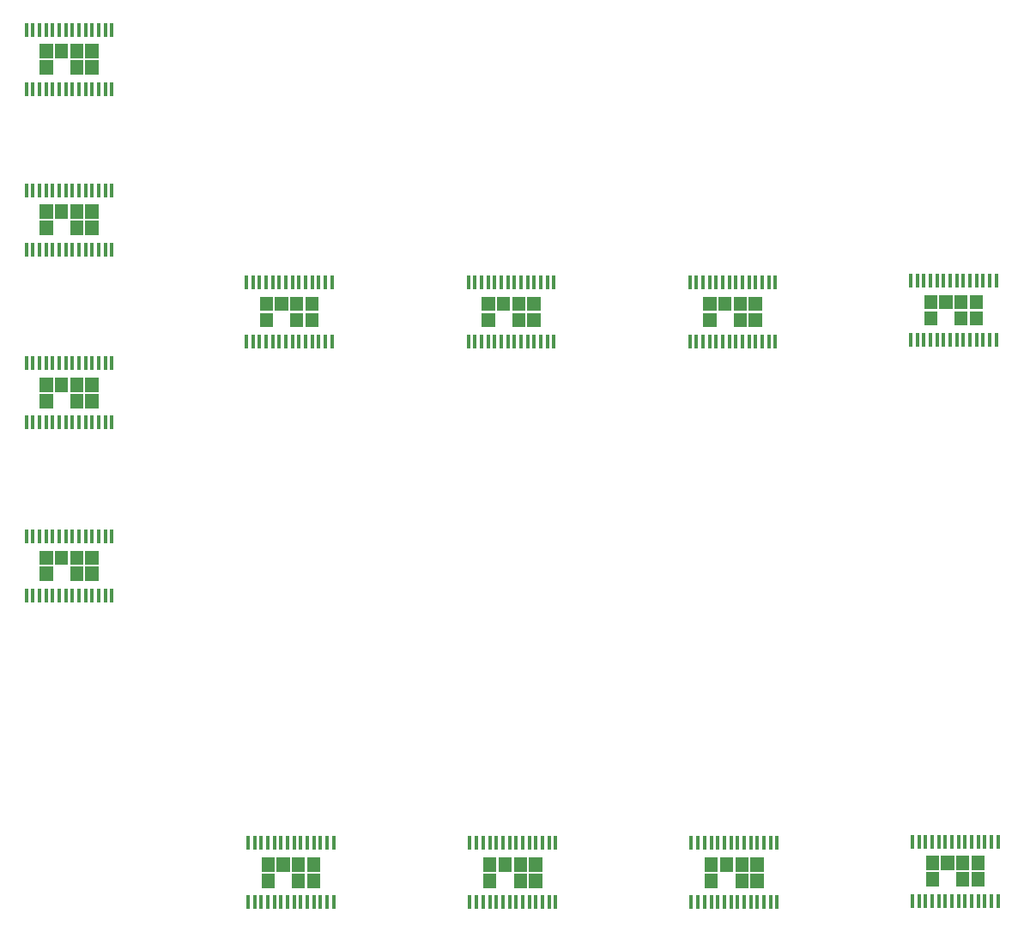
<source format=gtp>
G04 #@! TF.GenerationSoftware,KiCad,Pcbnew,(7.0.0)*
G04 #@! TF.CreationDate,2023-12-21T14:48:03-05:00*
G04 #@! TF.ProjectId,luminator,6c756d69-6e61-4746-9f72-2e6b69636164,rev?*
G04 #@! TF.SameCoordinates,Original*
G04 #@! TF.FileFunction,Paste,Top*
G04 #@! TF.FilePolarity,Positive*
%FSLAX46Y46*%
G04 Gerber Fmt 4.6, Leading zero omitted, Abs format (unit mm)*
G04 Created by KiCad (PCBNEW (7.0.0)) date 2023-12-21 14:48:03*
%MOMM*%
%LPD*%
G01*
G04 APERTURE LIST*
%ADD10R,0.355600X1.473200*%
G04 APERTURE END LIST*
G36*
X109779000Y-66016001D02*
G01*
X108478999Y-66016001D01*
X108478999Y-64616000D01*
X109779000Y-64616000D01*
X109779000Y-66016001D01*
G37*
G36*
X112779000Y-66016001D02*
G01*
X111479000Y-66016001D01*
X111479000Y-64616000D01*
X112779000Y-64616000D01*
X112779000Y-66016001D01*
G37*
G36*
X114279001Y-66016001D02*
G01*
X112979000Y-66016001D01*
X112979000Y-64616000D01*
X114279001Y-64616000D01*
X114279001Y-66016001D01*
G37*
G36*
X109779000Y-64416000D02*
G01*
X108478999Y-64416000D01*
X108478999Y-63015999D01*
X109779000Y-63015999D01*
X109779000Y-64416000D01*
G37*
G36*
X111279000Y-64416000D02*
G01*
X109979000Y-64416000D01*
X109979000Y-63015999D01*
X111279000Y-63015999D01*
X111279000Y-64416000D01*
G37*
G36*
X112779000Y-64416000D02*
G01*
X111479000Y-64416000D01*
X111479000Y-63015999D01*
X112779000Y-63015999D01*
X112779000Y-64416000D01*
G37*
G36*
X114279001Y-64416000D02*
G01*
X112979000Y-64416000D01*
X112979000Y-63015999D01*
X114279001Y-63015999D01*
X114279001Y-64416000D01*
G37*
G36*
X131668001Y-66016001D02*
G01*
X130368000Y-66016001D01*
X130368000Y-64616000D01*
X131668001Y-64616000D01*
X131668001Y-66016001D01*
G37*
G36*
X134668001Y-66016001D02*
G01*
X133368001Y-66016001D01*
X133368001Y-64616000D01*
X134668001Y-64616000D01*
X134668001Y-66016001D01*
G37*
G36*
X136168002Y-66016001D02*
G01*
X134868001Y-66016001D01*
X134868001Y-64616000D01*
X136168002Y-64616000D01*
X136168002Y-66016001D01*
G37*
G36*
X131668001Y-64416000D02*
G01*
X130368000Y-64416000D01*
X130368000Y-63015999D01*
X131668001Y-63015999D01*
X131668001Y-64416000D01*
G37*
G36*
X133168001Y-64416000D02*
G01*
X131868001Y-64416000D01*
X131868001Y-63015999D01*
X133168001Y-63015999D01*
X133168001Y-64416000D01*
G37*
G36*
X134668001Y-64416000D02*
G01*
X133368001Y-64416000D01*
X133368001Y-63015999D01*
X134668001Y-63015999D01*
X134668001Y-64416000D01*
G37*
G36*
X136168002Y-64416000D02*
G01*
X134868001Y-64416000D01*
X134868001Y-63015999D01*
X136168002Y-63015999D01*
X136168002Y-64416000D01*
G37*
G36*
X88068401Y-74017001D02*
G01*
X86768400Y-74017001D01*
X86768400Y-72617000D01*
X88068401Y-72617000D01*
X88068401Y-74017001D01*
G37*
G36*
X91068401Y-74017001D02*
G01*
X89768401Y-74017001D01*
X89768401Y-72617000D01*
X91068401Y-72617000D01*
X91068401Y-74017001D01*
G37*
G36*
X92568402Y-74017001D02*
G01*
X91268401Y-74017001D01*
X91268401Y-72617000D01*
X92568402Y-72617000D01*
X92568402Y-74017001D01*
G37*
G36*
X88068401Y-72417000D02*
G01*
X86768400Y-72417000D01*
X86768400Y-71016999D01*
X88068401Y-71016999D01*
X88068401Y-72417000D01*
G37*
G36*
X89568401Y-72417000D02*
G01*
X88268401Y-72417000D01*
X88268401Y-71016999D01*
X89568401Y-71016999D01*
X89568401Y-72417000D01*
G37*
G36*
X91068401Y-72417000D02*
G01*
X89768401Y-72417000D01*
X89768401Y-71016999D01*
X91068401Y-71016999D01*
X91068401Y-72417000D01*
G37*
G36*
X92568402Y-72417000D02*
G01*
X91268401Y-72417000D01*
X91268401Y-71016999D01*
X92568402Y-71016999D01*
X92568402Y-72417000D01*
G37*
G36*
X88066000Y-91060401D02*
G01*
X86765999Y-91060401D01*
X86765999Y-89660400D01*
X88066000Y-89660400D01*
X88066000Y-91060401D01*
G37*
G36*
X91066000Y-91060401D02*
G01*
X89766000Y-91060401D01*
X89766000Y-89660400D01*
X91066000Y-89660400D01*
X91066000Y-91060401D01*
G37*
G36*
X92566001Y-91060401D02*
G01*
X91266000Y-91060401D01*
X91266000Y-89660400D01*
X92566001Y-89660400D01*
X92566001Y-91060401D01*
G37*
G36*
X88066000Y-89460400D02*
G01*
X86765999Y-89460400D01*
X86765999Y-88060399D01*
X88066000Y-88060399D01*
X88066000Y-89460400D01*
G37*
G36*
X89566000Y-89460400D02*
G01*
X88266000Y-89460400D01*
X88266000Y-88060399D01*
X89566000Y-88060399D01*
X89566000Y-89460400D01*
G37*
G36*
X91066000Y-89460400D02*
G01*
X89766000Y-89460400D01*
X89766000Y-88060399D01*
X91066000Y-88060399D01*
X91066000Y-89460400D01*
G37*
G36*
X92566001Y-89460400D02*
G01*
X91266000Y-89460400D01*
X91266000Y-88060399D01*
X92566001Y-88060399D01*
X92566001Y-89460400D01*
G37*
G36*
X88068399Y-41096499D02*
G01*
X86768398Y-41096499D01*
X86768398Y-39696498D01*
X88068399Y-39696498D01*
X88068399Y-41096499D01*
G37*
G36*
X91068399Y-41096499D02*
G01*
X89768399Y-41096499D01*
X89768399Y-39696498D01*
X91068399Y-39696498D01*
X91068399Y-41096499D01*
G37*
G36*
X92568400Y-41096499D02*
G01*
X91268399Y-41096499D01*
X91268399Y-39696498D01*
X92568400Y-39696498D01*
X92568400Y-41096499D01*
G37*
G36*
X88068399Y-39496498D02*
G01*
X86768398Y-39496498D01*
X86768398Y-38096497D01*
X88068399Y-38096497D01*
X88068399Y-39496498D01*
G37*
G36*
X89568399Y-39496498D02*
G01*
X88268399Y-39496498D01*
X88268399Y-38096497D01*
X89568399Y-38096497D01*
X89568399Y-39496498D01*
G37*
G36*
X91068399Y-39496498D02*
G01*
X89768399Y-39496498D01*
X89768399Y-38096497D01*
X91068399Y-38096497D01*
X91068399Y-39496498D01*
G37*
G36*
X92568400Y-39496498D02*
G01*
X91268399Y-39496498D01*
X91268399Y-38096497D01*
X92568400Y-38096497D01*
X92568400Y-39496498D01*
G37*
G36*
X175481900Y-121197499D02*
G01*
X174181899Y-121197499D01*
X174181899Y-119797498D01*
X175481900Y-119797498D01*
X175481900Y-121197499D01*
G37*
G36*
X178481900Y-121197499D02*
G01*
X177181900Y-121197499D01*
X177181900Y-119797498D01*
X178481900Y-119797498D01*
X178481900Y-121197499D01*
G37*
G36*
X179981901Y-121197499D02*
G01*
X178681900Y-121197499D01*
X178681900Y-119797498D01*
X179981901Y-119797498D01*
X179981901Y-121197499D01*
G37*
G36*
X175481900Y-119597498D02*
G01*
X174181899Y-119597498D01*
X174181899Y-118197497D01*
X175481900Y-118197497D01*
X175481900Y-119597498D01*
G37*
G36*
X176981900Y-119597498D02*
G01*
X175681900Y-119597498D01*
X175681900Y-118197497D01*
X176981900Y-118197497D01*
X176981900Y-119597498D01*
G37*
G36*
X178481900Y-119597498D02*
G01*
X177181900Y-119597498D01*
X177181900Y-118197497D01*
X178481900Y-118197497D01*
X178481900Y-119597498D01*
G37*
G36*
X179981901Y-119597498D02*
G01*
X178681900Y-119597498D01*
X178681900Y-118197497D01*
X179981901Y-118197497D01*
X179981901Y-119597498D01*
G37*
G36*
X153512001Y-66016001D02*
G01*
X152212000Y-66016001D01*
X152212000Y-64616000D01*
X153512001Y-64616000D01*
X153512001Y-66016001D01*
G37*
G36*
X156512001Y-66016001D02*
G01*
X155212001Y-66016001D01*
X155212001Y-64616000D01*
X156512001Y-64616000D01*
X156512001Y-66016001D01*
G37*
G36*
X158012002Y-66016001D02*
G01*
X156712001Y-66016001D01*
X156712001Y-64616000D01*
X158012002Y-64616000D01*
X158012002Y-66016001D01*
G37*
G36*
X153512001Y-64416000D02*
G01*
X152212000Y-64416000D01*
X152212000Y-63015999D01*
X153512001Y-63015999D01*
X153512001Y-64416000D01*
G37*
G36*
X155012001Y-64416000D02*
G01*
X153712001Y-64416000D01*
X153712001Y-63015999D01*
X155012001Y-63015999D01*
X155012001Y-64416000D01*
G37*
G36*
X156512001Y-64416000D02*
G01*
X155212001Y-64416000D01*
X155212001Y-63015999D01*
X156512001Y-63015999D01*
X156512001Y-64416000D01*
G37*
G36*
X158012002Y-64416000D02*
G01*
X156712001Y-64416000D01*
X156712001Y-63015999D01*
X158012002Y-63015999D01*
X158012002Y-64416000D01*
G37*
G36*
X131836002Y-121347000D02*
G01*
X130536001Y-121347000D01*
X130536001Y-119946999D01*
X131836002Y-119946999D01*
X131836002Y-121347000D01*
G37*
G36*
X134836002Y-121347000D02*
G01*
X133536002Y-121347000D01*
X133536002Y-119946999D01*
X134836002Y-119946999D01*
X134836002Y-121347000D01*
G37*
G36*
X136336003Y-121347000D02*
G01*
X135036002Y-121347000D01*
X135036002Y-119946999D01*
X136336003Y-119946999D01*
X136336003Y-121347000D01*
G37*
G36*
X131836002Y-119746999D02*
G01*
X130536001Y-119746999D01*
X130536001Y-118346998D01*
X131836002Y-118346998D01*
X131836002Y-119746999D01*
G37*
G36*
X133336002Y-119746999D02*
G01*
X132036002Y-119746999D01*
X132036002Y-118346998D01*
X133336002Y-118346998D01*
X133336002Y-119746999D01*
G37*
G36*
X134836002Y-119746999D02*
G01*
X133536002Y-119746999D01*
X133536002Y-118346998D01*
X134836002Y-118346998D01*
X134836002Y-119746999D01*
G37*
G36*
X136336003Y-119746999D02*
G01*
X135036002Y-119746999D01*
X135036002Y-118346998D01*
X136336003Y-118346998D01*
X136336003Y-119746999D01*
G37*
G36*
X88068401Y-56935501D02*
G01*
X86768400Y-56935501D01*
X86768400Y-55535500D01*
X88068401Y-55535500D01*
X88068401Y-56935501D01*
G37*
G36*
X91068401Y-56935501D02*
G01*
X89768401Y-56935501D01*
X89768401Y-55535500D01*
X91068401Y-55535500D01*
X91068401Y-56935501D01*
G37*
G36*
X92568402Y-56935501D02*
G01*
X91268401Y-56935501D01*
X91268401Y-55535500D01*
X92568402Y-55535500D01*
X92568402Y-56935501D01*
G37*
G36*
X88068401Y-55335500D02*
G01*
X86768400Y-55335500D01*
X86768400Y-53935499D01*
X88068401Y-53935499D01*
X88068401Y-55335500D01*
G37*
G36*
X89568401Y-55335500D02*
G01*
X88268401Y-55335500D01*
X88268401Y-53935499D01*
X89568401Y-53935499D01*
X89568401Y-55335500D01*
G37*
G36*
X91068401Y-55335500D02*
G01*
X89768401Y-55335500D01*
X89768401Y-53935499D01*
X91068401Y-53935499D01*
X91068401Y-55335500D01*
G37*
G36*
X92568402Y-55335500D02*
G01*
X91268401Y-55335500D01*
X91268401Y-53935499D01*
X92568402Y-53935499D01*
X92568402Y-55335500D01*
G37*
G36*
X153680002Y-121347000D02*
G01*
X152380001Y-121347000D01*
X152380001Y-119946999D01*
X153680002Y-119946999D01*
X153680002Y-121347000D01*
G37*
G36*
X156680002Y-121347000D02*
G01*
X155380002Y-121347000D01*
X155380002Y-119946999D01*
X156680002Y-119946999D01*
X156680002Y-121347000D01*
G37*
G36*
X158180003Y-121347000D02*
G01*
X156880002Y-121347000D01*
X156880002Y-119946999D01*
X158180003Y-119946999D01*
X158180003Y-121347000D01*
G37*
G36*
X153680002Y-119746999D02*
G01*
X152380001Y-119746999D01*
X152380001Y-118346998D01*
X153680002Y-118346998D01*
X153680002Y-119746999D01*
G37*
G36*
X155180002Y-119746999D02*
G01*
X153880002Y-119746999D01*
X153880002Y-118346998D01*
X155180002Y-118346998D01*
X155180002Y-119746999D01*
G37*
G36*
X156680002Y-119746999D02*
G01*
X155380002Y-119746999D01*
X155380002Y-118346998D01*
X156680002Y-118346998D01*
X156680002Y-119746999D01*
G37*
G36*
X158180003Y-119746999D02*
G01*
X156880002Y-119746999D01*
X156880002Y-118346998D01*
X158180003Y-118346998D01*
X158180003Y-119746999D01*
G37*
G36*
X109947001Y-121347000D02*
G01*
X108647000Y-121347000D01*
X108647000Y-119946999D01*
X109947001Y-119946999D01*
X109947001Y-121347000D01*
G37*
G36*
X112947001Y-121347000D02*
G01*
X111647001Y-121347000D01*
X111647001Y-119946999D01*
X112947001Y-119946999D01*
X112947001Y-121347000D01*
G37*
G36*
X114447002Y-121347000D02*
G01*
X113147001Y-121347000D01*
X113147001Y-119946999D01*
X114447002Y-119946999D01*
X114447002Y-121347000D01*
G37*
G36*
X109947001Y-119746999D02*
G01*
X108647000Y-119746999D01*
X108647000Y-118346998D01*
X109947001Y-118346998D01*
X109947001Y-119746999D01*
G37*
G36*
X111447001Y-119746999D02*
G01*
X110147001Y-119746999D01*
X110147001Y-118346998D01*
X111447001Y-118346998D01*
X111447001Y-119746999D01*
G37*
G36*
X112947001Y-119746999D02*
G01*
X111647001Y-119746999D01*
X111647001Y-118346998D01*
X112947001Y-118346998D01*
X112947001Y-119746999D01*
G37*
G36*
X114447002Y-119746999D02*
G01*
X113147001Y-119746999D01*
X113147001Y-118346998D01*
X114447002Y-118346998D01*
X114447002Y-119746999D01*
G37*
G36*
X175313899Y-65866500D02*
G01*
X174013898Y-65866500D01*
X174013898Y-64466499D01*
X175313899Y-64466499D01*
X175313899Y-65866500D01*
G37*
G36*
X178313899Y-65866500D02*
G01*
X177013899Y-65866500D01*
X177013899Y-64466499D01*
X178313899Y-64466499D01*
X178313899Y-65866500D01*
G37*
G36*
X179813900Y-65866500D02*
G01*
X178513899Y-65866500D01*
X178513899Y-64466499D01*
X179813900Y-64466499D01*
X179813900Y-65866500D01*
G37*
G36*
X175313899Y-64266499D02*
G01*
X174013898Y-64266499D01*
X174013898Y-62866498D01*
X175313899Y-62866498D01*
X175313899Y-64266499D01*
G37*
G36*
X176813899Y-64266499D02*
G01*
X175513899Y-64266499D01*
X175513899Y-62866498D01*
X176813899Y-62866498D01*
X176813899Y-64266499D01*
G37*
G36*
X178313899Y-64266499D02*
G01*
X177013899Y-64266499D01*
X177013899Y-62866498D01*
X178313899Y-62866498D01*
X178313899Y-64266499D01*
G37*
G36*
X179813900Y-64266499D02*
G01*
X178513899Y-64266499D01*
X178513899Y-62866498D01*
X179813900Y-62866498D01*
X179813900Y-64266499D01*
G37*
D10*
X107153999Y-67436999D03*
X107804000Y-67436999D03*
X108453999Y-67436999D03*
X109104000Y-67436999D03*
X109753998Y-67436999D03*
X110404000Y-67436999D03*
X111053998Y-67436999D03*
X111703997Y-67436999D03*
X112353998Y-67436999D03*
X113003997Y-67436999D03*
X113653998Y-67436999D03*
X114303997Y-67436999D03*
X114953998Y-67436999D03*
X115603997Y-67436999D03*
X115603999Y-61594999D03*
X114953998Y-61594999D03*
X114303999Y-61594999D03*
X113653998Y-61594999D03*
X113004000Y-61594999D03*
X112353998Y-61594999D03*
X111704000Y-61594999D03*
X111053998Y-61594999D03*
X110404000Y-61594999D03*
X109753998Y-61594999D03*
X109104000Y-61594999D03*
X108453999Y-61594999D03*
X107804000Y-61594999D03*
X107153999Y-61594999D03*
X129043000Y-67436999D03*
X129693001Y-67436999D03*
X130343000Y-67436999D03*
X130993001Y-67436999D03*
X131642999Y-67436999D03*
X132293001Y-67436999D03*
X132942999Y-67436999D03*
X133592998Y-67436999D03*
X134242999Y-67436999D03*
X134892998Y-67436999D03*
X135542999Y-67436999D03*
X136192998Y-67436999D03*
X136842999Y-67436999D03*
X137492998Y-67436999D03*
X137493000Y-61594999D03*
X136842999Y-61594999D03*
X136193000Y-61594999D03*
X135542999Y-61594999D03*
X134893001Y-61594999D03*
X134242999Y-61594999D03*
X133593001Y-61594999D03*
X132942999Y-61594999D03*
X132293001Y-61594999D03*
X131642999Y-61594999D03*
X130993001Y-61594999D03*
X130343000Y-61594999D03*
X129693001Y-61594999D03*
X129043000Y-61594999D03*
X85443400Y-75437999D03*
X86093401Y-75437999D03*
X86743400Y-75437999D03*
X87393401Y-75437999D03*
X88043399Y-75437999D03*
X88693401Y-75437999D03*
X89343399Y-75437999D03*
X89993398Y-75437999D03*
X90643399Y-75437999D03*
X91293398Y-75437999D03*
X91943399Y-75437999D03*
X92593398Y-75437999D03*
X93243399Y-75437999D03*
X93893398Y-75437999D03*
X93893400Y-69595999D03*
X93243399Y-69595999D03*
X92593400Y-69595999D03*
X91943399Y-69595999D03*
X91293401Y-69595999D03*
X90643399Y-69595999D03*
X89993401Y-69595999D03*
X89343399Y-69595999D03*
X88693401Y-69595999D03*
X88043399Y-69595999D03*
X87393401Y-69595999D03*
X86743400Y-69595999D03*
X86093401Y-69595999D03*
X85443400Y-69595999D03*
X85440999Y-92481399D03*
X86091000Y-92481399D03*
X86740999Y-92481399D03*
X87391000Y-92481399D03*
X88040998Y-92481399D03*
X88691000Y-92481399D03*
X89340998Y-92481399D03*
X89990997Y-92481399D03*
X90640998Y-92481399D03*
X91290997Y-92481399D03*
X91940998Y-92481399D03*
X92590997Y-92481399D03*
X93240998Y-92481399D03*
X93890997Y-92481399D03*
X93890999Y-86639399D03*
X93240998Y-86639399D03*
X92590999Y-86639399D03*
X91940998Y-86639399D03*
X91291000Y-86639399D03*
X90640998Y-86639399D03*
X89991000Y-86639399D03*
X89340998Y-86639399D03*
X88691000Y-86639399D03*
X88040998Y-86639399D03*
X87391000Y-86639399D03*
X86740999Y-86639399D03*
X86091000Y-86639399D03*
X85440999Y-86639399D03*
X85443398Y-42517497D03*
X86093399Y-42517497D03*
X86743398Y-42517497D03*
X87393399Y-42517497D03*
X88043397Y-42517497D03*
X88693399Y-42517497D03*
X89343397Y-42517497D03*
X89993396Y-42517497D03*
X90643397Y-42517497D03*
X91293396Y-42517497D03*
X91943397Y-42517497D03*
X92593396Y-42517497D03*
X93243397Y-42517497D03*
X93893396Y-42517497D03*
X93893398Y-36675497D03*
X93243397Y-36675497D03*
X92593398Y-36675497D03*
X91943397Y-36675497D03*
X91293399Y-36675497D03*
X90643397Y-36675497D03*
X89993399Y-36675497D03*
X89343397Y-36675497D03*
X88693399Y-36675497D03*
X88043397Y-36675497D03*
X87393399Y-36675497D03*
X86743398Y-36675497D03*
X86093399Y-36675497D03*
X85443398Y-36675497D03*
X172856899Y-122618497D03*
X173506900Y-122618497D03*
X174156899Y-122618497D03*
X174806900Y-122618497D03*
X175456898Y-122618497D03*
X176106900Y-122618497D03*
X176756898Y-122618497D03*
X177406897Y-122618497D03*
X178056898Y-122618497D03*
X178706897Y-122618497D03*
X179356898Y-122618497D03*
X180006897Y-122618497D03*
X180656898Y-122618497D03*
X181306897Y-122618497D03*
X181306899Y-116776497D03*
X180656898Y-116776497D03*
X180006899Y-116776497D03*
X179356898Y-116776497D03*
X178706900Y-116776497D03*
X178056898Y-116776497D03*
X177406900Y-116776497D03*
X176756898Y-116776497D03*
X176106900Y-116776497D03*
X175456898Y-116776497D03*
X174806900Y-116776497D03*
X174156899Y-116776497D03*
X173506900Y-116776497D03*
X172856899Y-116776497D03*
X150887000Y-67436999D03*
X151537001Y-67436999D03*
X152187000Y-67436999D03*
X152837001Y-67436999D03*
X153486999Y-67436999D03*
X154137001Y-67436999D03*
X154786999Y-67436999D03*
X155436998Y-67436999D03*
X156086999Y-67436999D03*
X156736998Y-67436999D03*
X157386999Y-67436999D03*
X158036998Y-67436999D03*
X158686999Y-67436999D03*
X159336998Y-67436999D03*
X159337000Y-61594999D03*
X158686999Y-61594999D03*
X158037000Y-61594999D03*
X157386999Y-61594999D03*
X156737001Y-61594999D03*
X156086999Y-61594999D03*
X155437001Y-61594999D03*
X154786999Y-61594999D03*
X154137001Y-61594999D03*
X153486999Y-61594999D03*
X152837001Y-61594999D03*
X152187000Y-61594999D03*
X151537001Y-61594999D03*
X150887000Y-61594999D03*
X129211001Y-122767998D03*
X129861002Y-122767998D03*
X130511001Y-122767998D03*
X131161002Y-122767998D03*
X131811000Y-122767998D03*
X132461002Y-122767998D03*
X133111000Y-122767998D03*
X133760999Y-122767998D03*
X134411000Y-122767998D03*
X135060999Y-122767998D03*
X135711000Y-122767998D03*
X136360999Y-122767998D03*
X137011000Y-122767998D03*
X137660999Y-122767998D03*
X137661001Y-116925998D03*
X137011000Y-116925998D03*
X136361001Y-116925998D03*
X135711000Y-116925998D03*
X135061002Y-116925998D03*
X134411000Y-116925998D03*
X133761002Y-116925998D03*
X133111000Y-116925998D03*
X132461002Y-116925998D03*
X131811000Y-116925998D03*
X131161002Y-116925998D03*
X130511001Y-116925998D03*
X129861002Y-116925998D03*
X129211001Y-116925998D03*
X85443400Y-58356499D03*
X86093401Y-58356499D03*
X86743400Y-58356499D03*
X87393401Y-58356499D03*
X88043399Y-58356499D03*
X88693401Y-58356499D03*
X89343399Y-58356499D03*
X89993398Y-58356499D03*
X90643399Y-58356499D03*
X91293398Y-58356499D03*
X91943399Y-58356499D03*
X92593398Y-58356499D03*
X93243399Y-58356499D03*
X93893398Y-58356499D03*
X93893400Y-52514499D03*
X93243399Y-52514499D03*
X92593400Y-52514499D03*
X91943399Y-52514499D03*
X91293401Y-52514499D03*
X90643399Y-52514499D03*
X89993401Y-52514499D03*
X89343399Y-52514499D03*
X88693401Y-52514499D03*
X88043399Y-52514499D03*
X87393401Y-52514499D03*
X86743400Y-52514499D03*
X86093401Y-52514499D03*
X85443400Y-52514499D03*
X151055001Y-122767998D03*
X151705002Y-122767998D03*
X152355001Y-122767998D03*
X153005002Y-122767998D03*
X153655000Y-122767998D03*
X154305002Y-122767998D03*
X154955000Y-122767998D03*
X155604999Y-122767998D03*
X156255000Y-122767998D03*
X156904999Y-122767998D03*
X157555000Y-122767998D03*
X158204999Y-122767998D03*
X158855000Y-122767998D03*
X159504999Y-122767998D03*
X159505001Y-116925998D03*
X158855000Y-116925998D03*
X158205001Y-116925998D03*
X157555000Y-116925998D03*
X156905002Y-116925998D03*
X156255000Y-116925998D03*
X155605002Y-116925998D03*
X154955000Y-116925998D03*
X154305002Y-116925998D03*
X153655000Y-116925998D03*
X153005002Y-116925998D03*
X152355001Y-116925998D03*
X151705002Y-116925998D03*
X151055001Y-116925998D03*
X107322000Y-122767998D03*
X107972001Y-122767998D03*
X108622000Y-122767998D03*
X109272001Y-122767998D03*
X109921999Y-122767998D03*
X110572001Y-122767998D03*
X111221999Y-122767998D03*
X111871998Y-122767998D03*
X112521999Y-122767998D03*
X113171998Y-122767998D03*
X113821999Y-122767998D03*
X114471998Y-122767998D03*
X115121999Y-122767998D03*
X115771998Y-122767998D03*
X115772000Y-116925998D03*
X115121999Y-116925998D03*
X114472000Y-116925998D03*
X113821999Y-116925998D03*
X113172001Y-116925998D03*
X112521999Y-116925998D03*
X111872001Y-116925998D03*
X111221999Y-116925998D03*
X110572001Y-116925998D03*
X109921999Y-116925998D03*
X109272001Y-116925998D03*
X108622000Y-116925998D03*
X107972001Y-116925998D03*
X107322000Y-116925998D03*
X172688898Y-67287498D03*
X173338899Y-67287498D03*
X173988898Y-67287498D03*
X174638899Y-67287498D03*
X175288897Y-67287498D03*
X175938899Y-67287498D03*
X176588897Y-67287498D03*
X177238896Y-67287498D03*
X177888897Y-67287498D03*
X178538896Y-67287498D03*
X179188897Y-67287498D03*
X179838896Y-67287498D03*
X180488897Y-67287498D03*
X181138896Y-67287498D03*
X181138898Y-61445498D03*
X180488897Y-61445498D03*
X179838898Y-61445498D03*
X179188897Y-61445498D03*
X178538899Y-61445498D03*
X177888897Y-61445498D03*
X177238899Y-61445498D03*
X176588897Y-61445498D03*
X175938899Y-61445498D03*
X175288897Y-61445498D03*
X174638899Y-61445498D03*
X173988898Y-61445498D03*
X173338899Y-61445498D03*
X172688898Y-61445498D03*
M02*

</source>
